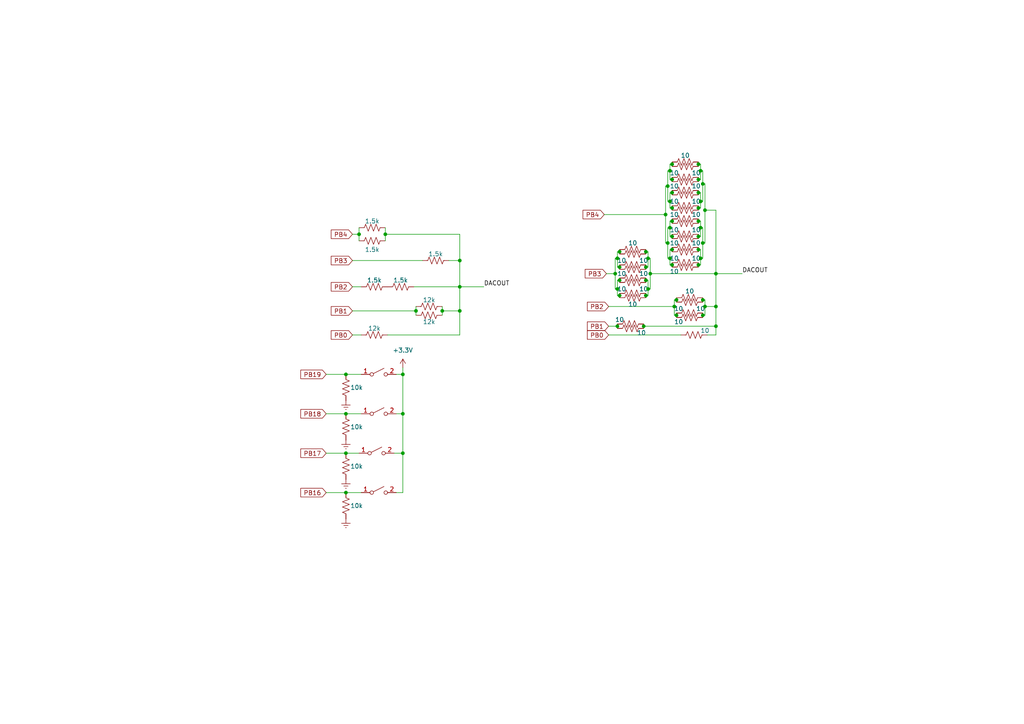
<source format=kicad_sch>
(kicad_sch (version 20230121) (generator eeschema)
  (paper "A4")
  (lib_symbols
    (symbol "Device:R_US" (pin_numbers hide) (pin_names (offset 0))
      (property "Reference" "R" (at 2.54 0 90))
      (property "Value" "R_US" (at -2.54 0 90))
      (symbol "R_US_0_1"
        (polyline (pts (xy 0 -2.286) (xy 0 -2.54)))
        (polyline (pts (xy 0 2.286) (xy 0 2.54)))
        (polyline (pts (xy 0 -0.762) (xy 1.016 -1.143) (xy 0 -1.524) (xy -1.016 -1.905) (xy 0 -2.286)))
        (polyline (pts (xy 0 0.762) (xy 1.016 0.381) (xy 0 0) (xy -1.016 -0.381) (xy 0 -0.762)))
        (polyline (pts (xy 0 2.286) (xy 1.016 1.905) (xy 0 1.524) (xy -1.016 1.143) (xy 0 0.762)))
      )
      (symbol "R_US_1_1"
        (pin passive line (at 0 3.81 270) (length 1.27) (name "~") (number "1"))
        (pin passive line (at 0 -3.81 90) (length 1.27) (name "~") (number "2"))
      )
    )
    (symbol "Switch:SW_SPST" (pin_names (offset 0) hide)
      (property "Reference" "SW" (at 0 3.175 0))
      (property "Value" "SW_SPST" (at 0 -2.54 0))
      (symbol "SW_SPST_0_0"
        (circle (center -2.032 0) (radius 0.508))
        (polyline (pts (xy -1.524 0.254) (xy 1.524 1.778)))
        (circle (center 2.032 0) (radius 0.508))
      )
      (symbol "SW_SPST_1_1"
        (pin passive line (at -5.08 0 0) (length 2.54) (name "A") (number "1"))
        (pin passive line (at 5.08 0 180) (length 2.54) (name "B") (number "2"))
      )
    )
    (symbol "power:+3.3V" (power) (pin_names (offset 0))
      (property "Value" "+3.3V" (at 0 3.556 0))
      (symbol "+3.3V_0_1"
        (polyline (pts (xy -0.762 1.27) (xy 0 2.54)))
        (polyline (pts (xy 0 0) (xy 0 2.54)))
        (polyline (pts (xy 0 2.54) (xy 0.762 1.27)))
      )
      (symbol "+3.3V_1_1"
        (pin power_in line (at 0 0 90) (length 0) hide (name "+3.3V") (number "1"))
      )
    )
    (symbol "power:GNDREF" (power) (pin_names (offset 0))
      (property "Value" "GNDREF" (at 0 -3.81 0))
      (symbol "GNDREF_0_1"
        (polyline (pts (xy -0.635 -1.905) (xy 0.635 -1.905)))
        (polyline (pts (xy -0.127 -2.54) (xy 0.127 -2.54)))
        (polyline (pts (xy 0 -1.27) (xy 0 0)))
        (polyline (pts (xy 1.27 -1.27) (xy -1.27 -1.27)))
      )
      (symbol "GNDREF_1_1"
        (pin power_in line (at 0 0 270) (length 0) hide (name "GNDREF") (number "1"))
      )
    )
  )
  (junction (at 116.84 131.445))
  (junction (at 116.84 120.015))
  (junction (at 111.76 67.945))
  (junction (at 178.435 79.375))
  (junction (at 100.33 120.015))
  (junction (at 203.835 70.485))
  (junction (at 120.65 90.17))
  (junction (at 104.14 67.945))
  (junction (at 207.645 88.9))
  (junction (at 187.325 77.47))
  (junction (at 202.565 47.625))
  (junction (at 204.47 60.96))
  (junction (at 194.945 47.625))
  (junction (at 187.325 85.725))
  (junction (at 100.33 142.875))
  (junction (at 187.325 73.025))
  (junction (at 194.945 72.39))
  (junction (at 179.705 81.28))
  (junction (at 194.31 74.93))
  (junction (at 187.96 83.82))
  (junction (at 193.675 70.485))
  (junction (at 100.33 108.585))
  (junction (at 194.31 58.42))
  (junction (at 203.835 91.44))
  (junction (at 128.27 90.17))
  (junction (at 194.31 49.53))
  (junction (at 204.47 88.9))
  (junction (at 194.945 64.135))
  (junction (at 194.945 68.58))
  (junction (at 203.2 74.93))
  (junction (at 207.645 79.375))
  (junction (at 193.675 53.975))
  (junction (at 194.945 55.88))
  (junction (at 179.705 77.47))
  (junction (at 196.215 86.995))
  (junction (at 202.565 55.88))
  (junction (at 187.325 81.28))
  (junction (at 194.31 66.04))
  (junction (at 116.84 108.585))
  (junction (at 202.565 72.39))
  (junction (at 179.705 85.725))
  (junction (at 207.645 94.615))
  (junction (at 203.2 66.04))
  (junction (at 194.945 76.835))
  (junction (at 202.565 68.58))
  (junction (at 179.07 74.93))
  (junction (at 186.69 94.615))
  (junction (at 179.07 94.615))
  (junction (at 133.35 90.17))
  (junction (at 187.96 74.93))
  (junction (at 194.945 52.07))
  (junction (at 100.33 131.445))
  (junction (at 202.565 60.325))
  (junction (at 203.835 53.34))
  (junction (at 133.35 83.185))
  (junction (at 179.07 83.82))
  (junction (at 203.2 49.53))
  (junction (at 179.705 73.025))
  (junction (at 202.565 76.835))
  (junction (at 203.835 86.995))
  (junction (at 196.215 91.44))
  (junction (at 188.595 79.375))
  (junction (at 193.04 62.23))
  (junction (at 202.565 64.135))
  (junction (at 202.565 52.07))
  (junction (at 203.2 58.42))
  (junction (at 195.58 88.9))
  (junction (at 194.945 60.325))
  (junction (at 133.35 75.565))
  (wire (pts (xy 204.47 91.44) (xy 203.835 91.44)))
  (wire (pts (xy 207.645 79.375) (xy 207.645 88.9)))
  (wire (pts (xy 188.595 79.375) (xy 207.645 79.375)))
  (wire (pts (xy 205.105 97.155) (xy 207.645 97.155)))
  (wire (pts (xy 187.325 76.835) (xy 187.325 77.47)))
  (wire (pts (xy 188.595 79.375) (xy 188.595 83.82)))
  (wire (pts (xy 202.565 72.39) (xy 203.2 72.39)))
  (wire (pts (xy 202.565 55.245) (xy 202.565 55.88)))
  (wire (pts (xy 114.935 142.875) (xy 116.84 142.875)))
  (wire (pts (xy 193.675 58.42) (xy 194.31 58.42)))
  (wire (pts (xy 202.565 55.88) (xy 202.565 56.515)))
  (wire (pts (xy 194.945 63.5) (xy 194.945 64.135)))
  (wire (pts (xy 111.76 67.945) (xy 133.35 67.945)))
  (wire (pts (xy 204.47 88.9) (xy 204.47 91.44)))
  (wire (pts (xy 179.705 73.025) (xy 179.705 73.66)))
  (wire (pts (xy 194.945 60.325) (xy 194.945 60.96)))
  (wire (pts (xy 204.47 88.9) (xy 207.645 88.9)))
  (wire (pts (xy 202.565 71.755) (xy 202.565 72.39)))
  (wire (pts (xy 196.215 90.805) (xy 196.215 91.44)))
  (wire (pts (xy 203.835 70.485) (xy 203.835 74.93)))
  (wire (pts (xy 175.895 79.375) (xy 178.435 79.375)))
  (wire (pts (xy 133.35 67.945) (xy 133.35 75.565)))
  (wire (pts (xy 194.31 55.88) (xy 194.31 58.42)))
  (wire (pts (xy 179.705 81.28) (xy 179.07 81.28)))
  (wire (pts (xy 128.27 88.9) (xy 128.27 90.17)))
  (wire (pts (xy 194.945 46.99) (xy 194.945 47.625)))
  (wire (pts (xy 193.675 70.485) (xy 193.675 74.93)))
  (wire (pts (xy 179.705 81.28) (xy 179.705 81.915)))
  (wire (pts (xy 120.65 88.9) (xy 120.65 90.17)))
  (wire (pts (xy 194.31 74.93) (xy 194.31 76.835)))
  (wire (pts (xy 193.04 53.975) (xy 193.04 62.23)))
  (wire (pts (xy 202.565 47.625) (xy 202.565 48.26)))
  (wire (pts (xy 202.565 55.88) (xy 203.2 55.88)))
  (wire (pts (xy 203.2 58.42) (xy 203.2 60.325)))
  (wire (pts (xy 203.2 49.53) (xy 203.835 49.53)))
  (wire (pts (xy 203.2 64.135) (xy 203.2 66.04)))
  (wire (pts (xy 203.2 74.93) (xy 203.2 76.835)))
  (wire (pts (xy 194.945 64.135) (xy 194.945 64.77)))
  (wire (pts (xy 193.675 49.53) (xy 193.675 53.975)))
  (wire (pts (xy 94.615 120.015) (xy 100.33 120.015)))
  (wire (pts (xy 204.47 86.995) (xy 204.47 88.9)))
  (wire (pts (xy 100.33 108.585) (xy 104.775 108.585)))
  (wire (pts (xy 194.31 66.04) (xy 193.675 66.04)))
  (wire (pts (xy 194.945 71.755) (xy 194.945 72.39)))
  (wire (pts (xy 207.645 94.615) (xy 207.645 97.155)))
  (wire (pts (xy 186.69 94.615) (xy 207.645 94.615)))
  (wire (pts (xy 203.835 91.44) (xy 203.835 92.075)))
  (wire (pts (xy 94.615 108.585) (xy 100.33 108.585)))
  (wire (pts (xy 203.835 86.36) (xy 203.835 86.995)))
  (wire (pts (xy 203.2 66.04) (xy 203.2 68.58)))
  (wire (pts (xy 194.945 68.58) (xy 194.945 69.215)))
  (wire (pts (xy 179.705 76.835) (xy 179.705 77.47)))
  (wire (pts (xy 186.69 93.98) (xy 186.69 94.615)))
  (wire (pts (xy 194.31 58.42) (xy 194.31 60.325)))
  (wire (pts (xy 176.53 88.9) (xy 195.58 88.9)))
  (wire (pts (xy 194.945 67.945) (xy 194.945 68.58)))
  (wire (pts (xy 194.945 47.625) (xy 194.945 48.26)))
  (wire (pts (xy 202.565 60.325) (xy 202.565 60.96)))
  (wire (pts (xy 178.435 83.82) (xy 179.07 83.82)))
  (wire (pts (xy 196.215 86.995) (xy 195.58 86.995)))
  (wire (pts (xy 202.565 76.835) (xy 202.565 77.47)))
  (wire (pts (xy 187.96 77.47) (xy 187.325 77.47)))
  (wire (pts (xy 203.2 72.39) (xy 203.2 74.93)))
  (wire (pts (xy 203.2 47.625) (xy 203.2 49.53)))
  (wire (pts (xy 176.53 94.615) (xy 179.07 94.615)))
  (wire (pts (xy 194.945 51.435) (xy 194.945 52.07)))
  (wire (pts (xy 194.31 68.58) (xy 194.945 68.58)))
  (wire (pts (xy 194.31 49.53) (xy 194.31 52.07)))
  (wire (pts (xy 100.33 142.875) (xy 104.775 142.875)))
  (wire (pts (xy 194.945 55.245) (xy 194.945 55.88)))
  (wire (pts (xy 116.84 131.445) (xy 116.84 142.875)))
  (wire (pts (xy 194.945 76.835) (xy 194.945 77.47)))
  (wire (pts (xy 203.2 49.53) (xy 203.2 52.07)))
  (wire (pts (xy 179.07 81.28) (xy 179.07 83.82)))
  (wire (pts (xy 194.945 52.07) (xy 194.945 52.705)))
  (wire (pts (xy 203.2 60.325) (xy 202.565 60.325)))
  (wire (pts (xy 193.04 62.23) (xy 193.04 70.485)))
  (wire (pts (xy 112.395 97.155) (xy 133.35 97.155)))
  (wire (pts (xy 202.565 67.945) (xy 202.565 68.58)))
  (wire (pts (xy 193.04 70.485) (xy 193.675 70.485)))
  (wire (pts (xy 94.615 142.875) (xy 100.33 142.875)))
  (wire (pts (xy 100.33 120.015) (xy 104.775 120.015)))
  (wire (pts (xy 102.235 83.185) (xy 104.775 83.185)))
  (wire (pts (xy 179.07 94.615) (xy 179.07 95.25)))
  (wire (pts (xy 133.35 90.17) (xy 133.35 97.155)))
  (wire (pts (xy 204.47 60.96) (xy 207.645 60.96)))
  (wire (pts (xy 179.07 77.47) (xy 179.705 77.47)))
  (wire (pts (xy 179.705 85.725) (xy 179.705 86.36)))
  (wire (pts (xy 196.215 86.36) (xy 196.215 86.995)))
  (wire (pts (xy 179.705 85.09) (xy 179.705 85.725)))
  (wire (pts (xy 100.33 131.445) (xy 104.14 131.445)))
  (wire (pts (xy 203.835 58.42) (xy 203.2 58.42)))
  (wire (pts (xy 204.47 70.485) (xy 203.835 70.485)))
  (wire (pts (xy 116.84 120.015) (xy 114.935 120.015)))
  (wire (pts (xy 187.96 74.93) (xy 187.96 77.47)))
  (wire (pts (xy 188.595 83.82) (xy 187.96 83.82)))
  (wire (pts (xy 203.835 49.53) (xy 203.835 53.34)))
  (wire (pts (xy 194.31 49.53) (xy 193.675 49.53)))
  (wire (pts (xy 194.945 64.135) (xy 194.31 64.135)))
  (wire (pts (xy 120.015 83.185) (xy 133.35 83.185)))
  (wire (pts (xy 187.96 83.82) (xy 187.96 85.725)))
  (wire (pts (xy 179.705 72.39) (xy 179.705 73.025)))
  (wire (pts (xy 202.565 46.99) (xy 202.565 47.625)))
  (wire (pts (xy 116.84 106.68) (xy 116.84 108.585)))
  (wire (pts (xy 104.775 97.155) (xy 102.235 97.155)))
  (wire (pts (xy 187.325 81.28) (xy 187.325 81.915)))
  (wire (pts (xy 111.76 67.945) (xy 111.76 69.85)))
  (wire (pts (xy 186.69 94.615) (xy 186.69 95.25)))
  (wire (pts (xy 194.945 47.625) (xy 194.31 47.625)))
  (wire (pts (xy 187.96 85.725) (xy 187.325 85.725)))
  (wire (pts (xy 203.2 66.04) (xy 203.835 66.04)))
  (wire (pts (xy 203.2 52.07) (xy 202.565 52.07)))
  (wire (pts (xy 204.47 60.96) (xy 204.47 70.485)))
  (wire (pts (xy 194.945 59.69) (xy 194.945 60.325)))
  (wire (pts (xy 187.325 77.47) (xy 187.325 78.105)))
  (wire (pts (xy 194.31 76.835) (xy 194.945 76.835)))
  (wire (pts (xy 203.2 76.835) (xy 202.565 76.835)))
  (wire (pts (xy 179.07 74.93) (xy 179.07 77.47)))
  (wire (pts (xy 179.705 80.645) (xy 179.705 81.28)))
  (wire (pts (xy 194.31 60.325) (xy 194.945 60.325)))
  (wire (pts (xy 133.35 83.185) (xy 133.35 90.17)))
  (wire (pts (xy 203.835 53.34) (xy 204.47 53.34)))
  (wire (pts (xy 133.35 83.185) (xy 140.335 83.185)))
  (wire (pts (xy 193.675 53.975) (xy 193.675 58.42)))
  (wire (pts (xy 202.565 68.58) (xy 202.565 69.215)))
  (wire (pts (xy 130.175 75.565) (xy 133.35 75.565)))
  (wire (pts (xy 202.565 52.07) (xy 202.565 52.705)))
  (wire (pts (xy 193.675 66.04) (xy 193.675 70.485)))
  (wire (pts (xy 187.325 80.645) (xy 187.325 81.28)))
  (wire (pts (xy 128.27 90.17) (xy 128.27 91.44)))
  (wire (pts (xy 179.705 73.025) (xy 179.07 73.025)))
  (wire (pts (xy 193.675 53.975) (xy 193.04 53.975)))
  (wire (pts (xy 203.835 86.995) (xy 204.47 86.995)))
  (wire (pts (xy 207.645 88.9) (xy 207.645 94.615)))
  (wire (pts (xy 94.615 131.445) (xy 100.33 131.445)))
  (wire (pts (xy 202.565 51.435) (xy 202.565 52.07)))
  (wire (pts (xy 179.705 77.47) (xy 179.705 78.105)))
  (wire (pts (xy 102.235 90.17) (xy 120.65 90.17)))
  (wire (pts (xy 196.215 86.995) (xy 196.215 87.63)))
  (wire (pts (xy 203.835 53.34) (xy 203.835 58.42)))
  (wire (pts (xy 179.07 73.025) (xy 179.07 74.93)))
  (wire (pts (xy 116.84 108.585) (xy 116.84 120.015)))
  (wire (pts (xy 133.35 83.185) (xy 133.35 75.565)))
  (wire (pts (xy 120.65 90.17) (xy 120.65 91.44)))
  (wire (pts (xy 187.96 74.93) (xy 188.595 74.93)))
  (wire (pts (xy 187.325 85.725) (xy 187.325 86.36)))
  (wire (pts (xy 203.2 55.88) (xy 203.2 58.42)))
  (wire (pts (xy 195.58 86.995) (xy 195.58 88.9)))
  (wire (pts (xy 202.565 47.625) (xy 203.2 47.625)))
  (wire (pts (xy 194.945 55.88) (xy 194.31 55.88)))
  (wire (pts (xy 203.835 86.995) (xy 203.835 87.63)))
  (wire (pts (xy 194.31 72.39) (xy 194.31 74.93)))
  (wire (pts (xy 207.645 79.375) (xy 215.265 79.375)))
  (wire (pts (xy 194.31 52.07) (xy 194.945 52.07)))
  (wire (pts (xy 194.31 66.04) (xy 194.31 68.58)))
  (wire (pts (xy 202.565 64.135) (xy 202.565 64.77)))
  (wire (pts (xy 114.3 131.445) (xy 116.84 131.445)))
  (wire (pts (xy 187.325 81.28) (xy 187.96 81.28)))
  (wire (pts (xy 194.945 55.88) (xy 194.945 56.515)))
  (wire (pts (xy 202.565 72.39) (xy 202.565 73.025)))
  (wire (pts (xy 195.58 91.44) (xy 196.215 91.44)))
  (wire (pts (xy 111.76 66.04) (xy 111.76 67.945)))
  (wire (pts (xy 195.58 88.9) (xy 195.58 91.44)))
  (wire (pts (xy 202.565 76.2) (xy 202.565 76.835)))
  (wire (pts (xy 102.235 67.945) (xy 104.14 67.945)))
  (wire (pts (xy 176.53 97.155) (xy 197.485 97.155)))
  (wire (pts (xy 187.96 73.025) (xy 187.96 74.93)))
  (wire (pts (xy 203.835 74.93) (xy 203.2 74.93)))
  (wire (pts (xy 202.565 64.135) (xy 203.2 64.135)))
  (wire (pts (xy 204.47 53.34) (xy 204.47 60.96)))
  (wire (pts (xy 179.07 93.98) (xy 179.07 94.615)))
  (wire (pts (xy 207.645 60.96) (xy 207.645 79.375)))
  (wire (pts (xy 128.27 90.17) (xy 133.35 90.17)))
  (wire (pts (xy 193.675 74.93) (xy 194.31 74.93)))
  (wire (pts (xy 203.835 90.805) (xy 203.835 91.44)))
  (wire (pts (xy 116.84 131.445) (xy 116.84 120.015)))
  (wire (pts (xy 194.31 64.135) (xy 194.31 66.04)))
  (wire (pts (xy 187.325 73.025) (xy 187.96 73.025)))
  (wire (pts (xy 104.14 67.945) (xy 104.14 69.85)))
  (wire (pts (xy 202.565 63.5) (xy 202.565 64.135)))
  (wire (pts (xy 114.935 108.585) (xy 116.84 108.585)))
  (wire (pts (xy 102.235 75.565) (xy 122.555 75.565)))
  (wire (pts (xy 187.325 72.39) (xy 187.325 73.025)))
  (wire (pts (xy 187.325 73.025) (xy 187.325 73.66)))
  (wire (pts (xy 178.435 79.375) (xy 178.435 83.82)))
  (wire (pts (xy 194.945 72.39) (xy 194.945 73.025)))
  (wire (pts (xy 188.595 74.93) (xy 188.595 79.375)))
  (wire (pts (xy 178.435 74.93) (xy 178.435 79.375)))
  (wire (pts (xy 179.07 74.93) (xy 178.435 74.93)))
  (wire (pts (xy 196.215 91.44) (xy 196.215 92.075)))
  (wire (pts (xy 187.96 81.28) (xy 187.96 83.82)))
  (wire (pts (xy 104.14 66.04) (xy 104.14 67.945)))
  (wire (pts (xy 194.31 47.625) (xy 194.31 49.53)))
  (wire (pts (xy 179.07 85.725) (xy 179.705 85.725)))
  (wire (pts (xy 194.945 76.2) (xy 194.945 76.835)))
  (wire (pts (xy 194.945 72.39) (xy 194.31 72.39)))
  (wire (pts (xy 179.07 83.82) (xy 179.07 85.725)))
  (wire (pts (xy 203.2 68.58) (xy 202.565 68.58)))
  (wire (pts (xy 202.565 59.69) (xy 202.565 60.325)))
  (wire (pts (xy 175.26 62.23) (xy 193.04 62.23)))
  (wire (pts (xy 203.835 66.04) (xy 203.835 70.485)))
  (wire (pts (xy 187.325 85.09) (xy 187.325 85.725)))
  (label "DACOUT" (at 140.335 83.185 0))
  (label "DACOUT" (at 215.265 79.375 0))
  (global_label "PB19" (shape input) (at 94.615 108.585 180) (property "Intersheetrefs" "${INTERSHEET_REFS}" (effects hide)))
  (global_label "PB18" (shape input) (at 94.615 120.015 180) (property "Intersheetrefs" "${INTERSHEET_REFS}" (effects hide)))
  (global_label "PB1" (shape input) (at 176.53 94.615 180) (property "Intersheetrefs" "${INTERSHEET_REFS}" (effects hide)))
  (global_label "PB2" (shape input) (at 102.235 83.185 180) (property "Intersheetrefs" "${INTERSHEET_REFS}" (effects hide)))
  (global_label "PB17" (shape input) (at 94.615 131.445 180) (property "Intersheetrefs" "${INTERSHEET_REFS}" (effects hide)))
  (global_label "PB16" (shape input) (at 94.615 142.875 180) (property "Intersheetrefs" "${INTERSHEET_REFS}" (effects hide)))
  (global_label "PB3" (shape input) (at 175.895 79.375 180) (property "Intersheetrefs" "${INTERSHEET_REFS}" (effects hide)))
  (global_label "PB2" (shape input) (at 176.53 88.9 180) (property "Intersheetrefs" "${INTERSHEET_REFS}" (effects hide)))
  (global_label "PB4" (shape input) (at 175.26 62.23 180) (property "Intersheetrefs" "${INTERSHEET_REFS}" (effects hide)))
  (global_label "PB1" (shape input) (at 102.235 90.17 180) (property "Intersheetrefs" "${INTERSHEET_REFS}" (effects hide)))
  (global_label "PB0" (shape input) (at 102.235 97.155 180) (property "Intersheetrefs" "${INTERSHEET_REFS}" (effects hide)))
  (global_label "PB3" (shape input) (at 102.235 75.565 180) (property "Intersheetrefs" "${INTERSHEET_REFS}" (effects hide)))
  (global_label "PB0" (shape input) (at 176.53 97.155 180) (property "Intersheetrefs" "${INTERSHEET_REFS}" (effects hide)))
  (global_label "PB4" (shape input) (at 102.235 67.945 180) (property "Intersheetrefs" "${INTERSHEET_REFS}" (effects hide)))
  (symbol (lib_id "Switch:SW_SPST") (at 109.855 120.015 0) (unit 1)
    (property "Reference" "SW2" (effects hide))
    (property "Value" "SW_SPST" (effects hide))
  )
  (symbol (lib_id "Device:R_US") (at 107.95 66.04 90) (unit 1)
    (property "Reference" "R4" (effects hide))
    (property "Value" "1.5k" (at 107.95 64.135 90))
  )
  (symbol (lib_id "power:GNDREF") (at 100.33 150.495 0) (unit 1)
    (property "Reference" "#PWR05" (effects hide))
    (property "Value" "GNDREF" (effects hide))
  )
  (symbol (lib_id "Device:R_US") (at 183.515 80.645 90) (unit 1)
    (property "Reference" "R20" (effects hide))
    (property "Value" "10" (at 186.69 79.375 90))
  )
  (symbol (lib_id "Switch:SW_SPST") (at 109.855 142.875 0) (unit 1)
    (property "Reference" "SW4" (effects hide))
    (property "Value" "SW_SPST" (effects hide))
  )
  (symbol (lib_id "Device:R_US") (at 182.88 93.98 90) (unit 1)
    (property "Reference" "R14" (effects hide))
    (property "Value" "10" (at 179.705 92.71 90))
  )
  (symbol (lib_id "power:+3.3V") (at 116.84 106.68 0) (unit 1)
    (property "Reference" "#PWR02" (effects hide))
    (property "Value" "+3.3V" (at 116.84 101.6 0))
  )
  (symbol (lib_id "Device:R_US") (at 183.515 72.39 90) (unit 1)
    (property "Reference" "R24" (effects hide))
    (property "Value" "10" (at 183.515 70.485 90))
  )
  (symbol (lib_id "Device:R_US") (at 107.95 69.85 90) (unit 1)
    (property "Reference" "R7" (effects hide))
    (property "Value" "1.5k" (at 107.95 72.39 90))
  )
  (symbol (lib_id "Device:R_US") (at 183.515 78.105 90) (unit 1)
    (property "Reference" "R27" (effects hide))
    (property "Value" "10" (at 180.34 79.375 90))
  )
  (symbol (lib_id "Device:R_US") (at 198.755 56.515 90) (unit 1)
    (property "Reference" "R41" (effects hide))
    (property "Value" "10" (at 201.93 58.42 90))
  )
  (symbol (lib_id "Device:R_US") (at 124.46 91.44 90) (unit 1)
    (property "Reference" "R2" (effects hide))
    (property "Value" "12k" (at 124.46 93.345 90))
  )
  (symbol (lib_id "Device:R_US") (at 182.88 95.25 90) (unit 1)
    (property "Reference" "R15" (effects hide))
    (property "Value" "10" (at 186.055 96.52 90))
  )
  (symbol (lib_id "Device:R_US") (at 108.585 97.155 90) (unit 1)
    (property "Reference" "R0" (effects hide))
    (property "Value" "12k" (at 108.585 95.25 90))
  )
  (symbol (lib_id "Device:R_US") (at 200.025 87.63 90) (unit 1)
    (property "Reference" "R17" (effects hide))
    (property "Value" "10" (at 203.2 89.535 90))
  )
  (symbol (lib_id "Device:R_US") (at 198.755 59.69 90) (unit 1)
    (property "Reference" "R42" (effects hide))
    (property "Value" "10" (at 195.58 58.42 90))
  )
  (symbol (lib_id "power:GNDREF") (at 100.33 116.205 0) (unit 1)
    (property "Reference" "#PWR01" (effects hide))
    (property "Value" "GNDREF" (effects hide))
  )
  (symbol (lib_id "Device:R_US") (at 100.33 135.255 0) (unit 1)
    (property "Reference" "R10" (effects hide))
    (property "Value" "10k" (at 101.6 135.255 0) (effects (justify left)))
  )
  (symbol (lib_id "Device:R_US") (at 100.33 123.825 0) (unit 1)
    (property "Reference" "R9" (effects hide))
    (property "Value" "10k" (at 101.6 123.825 0) (effects (justify left)))
  )
  (symbol (lib_id "Device:R_US") (at 116.205 83.185 90) (unit 1)
    (property "Reference" "R6" (effects hide))
    (property "Value" "1.5k" (at 116.205 81.28 90))
  )
  (symbol (lib_id "Device:R_US") (at 108.585 83.185 90) (unit 1)
    (property "Reference" "R3" (effects hide))
    (property "Value" "1.5k" (at 108.585 81.28 90))
  )
  (symbol (lib_id "Device:R_US") (at 124.46 88.9 90) (unit 1)
    (property "Reference" "R1" (effects hide))
    (property "Value" "12k" (at 124.46 86.995 90))
  )
  (symbol (lib_id "Device:R_US") (at 198.755 60.96 90) (unit 1)
    (property "Reference" "R43" (effects hide))
    (property "Value" "10" (at 195.58 62.23 90))
  )
  (symbol (lib_id "Device:R_US") (at 183.515 73.66 90) (unit 1)
    (property "Reference" "R25" (effects hide))
    (property "Value" "10" (at 186.69 75.565 90))
  )
  (symbol (lib_id "Device:R_US") (at 198.755 64.77 90) (unit 1)
    (property "Reference" "R29" (effects hide))
    (property "Value" "10" (at 201.93 66.675 90))
  )
  (symbol (lib_id "Device:R_US") (at 198.755 71.755 90) (unit 1)
    (property "Reference" "R32" (effects hide))
    (property "Value" "10" (at 201.93 70.485 90))
  )
  (symbol (lib_id "Device:R_US") (at 183.515 86.36 90) (unit 1)
    (property "Reference" "R23" (effects hide))
    (property "Value" "10" (at 183.515 88.265 90))
  )
  (symbol (lib_id "Device:R_US") (at 126.365 75.565 90) (unit 1)
    (property "Reference" "R5" (effects hide))
    (property "Value" "1.5k" (at 126.365 73.66 90))
  )
  (symbol (lib_id "Device:R_US") (at 198.755 67.945 90) (unit 1)
    (property "Reference" "R30" (effects hide))
    (property "Value" "10" (at 195.58 66.675 90))
  )
  (symbol (lib_id "Device:R_US") (at 198.755 77.47 90) (unit 1)
    (property "Reference" "R35" (effects hide))
    (property "Value" "10" (at 195.58 78.74 90))
  )
  (symbol (lib_id "Device:R_US") (at 200.025 86.36 90) (unit 1)
    (property "Reference" "R16" (effects hide))
    (property "Value" "10" (at 200.025 84.455 90))
  )
  (symbol (lib_id "Device:R_US") (at 100.33 146.685 0) (unit 1)
    (property "Reference" "R11" (effects hide))
    (property "Value" "10k" (at 101.6 146.685 0) (effects (justify left)))
  )
  (symbol (lib_id "Device:R_US") (at 198.755 63.5 90) (unit 1)
    (property "Reference" "R28" (effects hide))
    (property "Value" "10" (at 201.93 62.23 90))
  )
  (symbol (lib_id "Device:R_US") (at 198.755 69.215 90) (unit 1)
    (property "Reference" "R31" (effects hide))
    (property "Value" "10" (at 195.58 70.485 90))
  )
  (symbol (lib_id "Device:R_US") (at 200.025 92.075 90) (unit 1)
    (property "Reference" "R19" (effects hide))
    (property "Value" "10" (at 196.85 93.345 90))
  )
  (symbol (lib_id "Switch:SW_SPST") (at 109.855 108.585 0) (unit 1)
    (property "Reference" "SW1" (effects hide))
    (property "Value" "SW_SPST" (effects hide))
  )
  (symbol (lib_id "power:GNDREF") (at 100.33 127.635 0) (unit 1)
    (property "Reference" "#PWR03" (effects hide))
    (property "Value" "GNDREF" (effects hide))
  )
  (symbol (lib_id "Device:R_US") (at 198.755 52.705 90) (unit 1)
    (property "Reference" "R39" (effects hide))
    (property "Value" "10" (at 195.58 53.975 90))
  )
  (symbol (lib_id "power:GNDREF") (at 100.33 139.065 0) (unit 1)
    (property "Reference" "#PWR04" (effects hide))
    (property "Value" "GNDREF" (effects hide))
  )
  (symbol (lib_id "Device:R_US") (at 198.755 51.435 90) (unit 1)
    (property "Reference" "R38" (effects hide))
    (property "Value" "10" (at 195.58 50.165 90))
  )
  (symbol (lib_id "Device:R_US") (at 183.515 85.09 90) (unit 1)
    (property "Reference" "R22" (effects hide))
    (property "Value" "10" (at 180.34 83.82 90))
  )
  (symbol (lib_id "Device:R_US") (at 198.755 46.99 90) (unit 1)
    (property "Reference" "R36" (effects hide))
    (property "Value" "10" (at 198.755 45.085 90))
  )
  (symbol (lib_id "Device:R_US") (at 183.515 81.915 90) (unit 1)
    (property "Reference" "R21" (effects hide))
    (property "Value" "10" (at 186.69 83.82 90))
  )
  (symbol (lib_id "Device:R_US") (at 198.755 48.26 90) (unit 1)
    (property "Reference" "R37" (effects hide))
    (property "Value" "10" (at 201.93 50.165 90))
  )
  (symbol (lib_id "Switch:SW_SPST") (at 109.22 131.445 0) (unit 1)
    (property "Reference" "SW3" (effects hide))
    (property "Value" "SW_SPST" (effects hide))
  )
  (symbol (lib_id "Device:R_US") (at 100.33 112.395 0) (unit 1)
    (property "Reference" "R8" (effects hide))
    (property "Value" "10k" (at 101.6 112.395 0) (effects (justify left)))
  )
  (symbol (lib_id "Device:R_US") (at 200.025 90.805 90) (unit 1)
    (property "Reference" "R18" (effects hide))
    (property "Value" "10" (at 196.85 89.535 90))
  )
  (symbol (lib_id "Device:R_US") (at 198.755 76.2 90) (unit 1)
    (property "Reference" "R34" (effects hide))
    (property "Value" "10" (at 195.58 74.93 90))
  )
  (symbol (lib_id "Device:R_US") (at 198.755 55.245 90) (unit 1)
    (property "Reference" "R40" (effects hide))
    (property "Value" "10" (at 201.93 53.975 90))
  )
  (symbol (lib_id "Device:R_US") (at 198.755 73.025 90) (unit 1)
    (property "Reference" "R33" (effects hide))
    (property "Value" "10" (at 201.93 74.93 90))
  )
  (symbol (lib_id "Device:R_US") (at 201.295 97.155 90) (unit 1)
    (property "Reference" "R13" (effects hide))
    (property "Value" "10" (at 204.47 95.885 90))
  )
  (symbol (lib_id "Device:R_US") (at 183.515 76.835 90) (unit 1)
    (property "Reference" "R26" (effects hide))
    (property "Value" "10" (at 180.34 75.565 90))
  )
)
</source>
